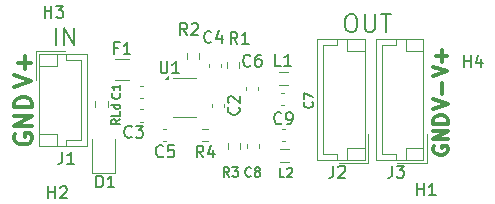
<source format=gbr>
%TF.GenerationSoftware,KiCad,Pcbnew,9.0.0*%
%TF.CreationDate,2025-04-24T23:50:50+03:00*%
%TF.ProjectId,Analog,416e616c-6f67-42e6-9b69-6361645f7063,rev?*%
%TF.SameCoordinates,Original*%
%TF.FileFunction,Legend,Top*%
%TF.FilePolarity,Positive*%
%FSLAX46Y46*%
G04 Gerber Fmt 4.6, Leading zero omitted, Abs format (unit mm)*
G04 Created by KiCad (PCBNEW 9.0.0) date 2025-04-24 23:50:50*
%MOMM*%
%LPD*%
G01*
G04 APERTURE LIST*
%ADD10C,0.300000*%
%ADD11C,0.150000*%
%ADD12C,0.120000*%
G04 APERTURE END LIST*
D10*
X165307023Y-101689984D02*
X166557023Y-101273317D01*
X166557023Y-101273317D02*
X165307023Y-100856651D01*
X166080833Y-100439983D02*
X166080833Y-99487603D01*
X166557023Y-99963793D02*
X165604642Y-99963793D01*
X165417347Y-107613051D02*
X165357823Y-107732098D01*
X165357823Y-107732098D02*
X165357823Y-107910670D01*
X165357823Y-107910670D02*
X165417347Y-108089241D01*
X165417347Y-108089241D02*
X165536395Y-108208289D01*
X165536395Y-108208289D02*
X165655442Y-108267812D01*
X165655442Y-108267812D02*
X165893538Y-108327336D01*
X165893538Y-108327336D02*
X166072109Y-108327336D01*
X166072109Y-108327336D02*
X166310204Y-108267812D01*
X166310204Y-108267812D02*
X166429252Y-108208289D01*
X166429252Y-108208289D02*
X166548300Y-108089241D01*
X166548300Y-108089241D02*
X166607823Y-107910670D01*
X166607823Y-107910670D02*
X166607823Y-107791622D01*
X166607823Y-107791622D02*
X166548300Y-107613051D01*
X166548300Y-107613051D02*
X166488776Y-107553527D01*
X166488776Y-107553527D02*
X166072109Y-107553527D01*
X166072109Y-107553527D02*
X166072109Y-107791622D01*
X166607823Y-107017812D02*
X165357823Y-107017812D01*
X165357823Y-107017812D02*
X166607823Y-106303527D01*
X166607823Y-106303527D02*
X165357823Y-106303527D01*
X166607823Y-105708288D02*
X165357823Y-105708288D01*
X165357823Y-105708288D02*
X165357823Y-105410669D01*
X165357823Y-105410669D02*
X165417347Y-105232098D01*
X165417347Y-105232098D02*
X165536395Y-105113050D01*
X165536395Y-105113050D02*
X165655442Y-105053527D01*
X165655442Y-105053527D02*
X165893538Y-104994003D01*
X165893538Y-104994003D02*
X166072109Y-104994003D01*
X166072109Y-104994003D02*
X166310204Y-105053527D01*
X166310204Y-105053527D02*
X166429252Y-105113050D01*
X166429252Y-105113050D02*
X166548300Y-105232098D01*
X166548300Y-105232098D02*
X166607823Y-105410669D01*
X166607823Y-105410669D02*
X166607823Y-105708288D01*
X129962057Y-106597974D02*
X129890628Y-106740832D01*
X129890628Y-106740832D02*
X129890628Y-106955117D01*
X129890628Y-106955117D02*
X129962057Y-107169403D01*
X129962057Y-107169403D02*
X130104914Y-107312260D01*
X130104914Y-107312260D02*
X130247771Y-107383689D01*
X130247771Y-107383689D02*
X130533485Y-107455117D01*
X130533485Y-107455117D02*
X130747771Y-107455117D01*
X130747771Y-107455117D02*
X131033485Y-107383689D01*
X131033485Y-107383689D02*
X131176342Y-107312260D01*
X131176342Y-107312260D02*
X131319200Y-107169403D01*
X131319200Y-107169403D02*
X131390628Y-106955117D01*
X131390628Y-106955117D02*
X131390628Y-106812260D01*
X131390628Y-106812260D02*
X131319200Y-106597974D01*
X131319200Y-106597974D02*
X131247771Y-106526546D01*
X131247771Y-106526546D02*
X130747771Y-106526546D01*
X130747771Y-106526546D02*
X130747771Y-106812260D01*
X131390628Y-105883689D02*
X129890628Y-105883689D01*
X129890628Y-105883689D02*
X131390628Y-105026546D01*
X131390628Y-105026546D02*
X129890628Y-105026546D01*
X131390628Y-104312260D02*
X129890628Y-104312260D01*
X129890628Y-104312260D02*
X129890628Y-103955117D01*
X129890628Y-103955117D02*
X129962057Y-103740831D01*
X129962057Y-103740831D02*
X130104914Y-103597974D01*
X130104914Y-103597974D02*
X130247771Y-103526545D01*
X130247771Y-103526545D02*
X130533485Y-103455117D01*
X130533485Y-103455117D02*
X130747771Y-103455117D01*
X130747771Y-103455117D02*
X131033485Y-103526545D01*
X131033485Y-103526545D02*
X131176342Y-103597974D01*
X131176342Y-103597974D02*
X131319200Y-103740831D01*
X131319200Y-103740831D02*
X131390628Y-103955117D01*
X131390628Y-103955117D02*
X131390628Y-104312260D01*
D11*
X158272341Y-96440628D02*
X158558055Y-96440628D01*
X158558055Y-96440628D02*
X158700912Y-96512057D01*
X158700912Y-96512057D02*
X158843769Y-96654914D01*
X158843769Y-96654914D02*
X158915198Y-96940628D01*
X158915198Y-96940628D02*
X158915198Y-97440628D01*
X158915198Y-97440628D02*
X158843769Y-97726342D01*
X158843769Y-97726342D02*
X158700912Y-97869200D01*
X158700912Y-97869200D02*
X158558055Y-97940628D01*
X158558055Y-97940628D02*
X158272341Y-97940628D01*
X158272341Y-97940628D02*
X158129484Y-97869200D01*
X158129484Y-97869200D02*
X157986626Y-97726342D01*
X157986626Y-97726342D02*
X157915198Y-97440628D01*
X157915198Y-97440628D02*
X157915198Y-96940628D01*
X157915198Y-96940628D02*
X157986626Y-96654914D01*
X157986626Y-96654914D02*
X158129484Y-96512057D01*
X158129484Y-96512057D02*
X158272341Y-96440628D01*
X159558055Y-96440628D02*
X159558055Y-97654914D01*
X159558055Y-97654914D02*
X159629484Y-97797771D01*
X159629484Y-97797771D02*
X159700913Y-97869200D01*
X159700913Y-97869200D02*
X159843770Y-97940628D01*
X159843770Y-97940628D02*
X160129484Y-97940628D01*
X160129484Y-97940628D02*
X160272341Y-97869200D01*
X160272341Y-97869200D02*
X160343770Y-97797771D01*
X160343770Y-97797771D02*
X160415198Y-97654914D01*
X160415198Y-97654914D02*
X160415198Y-96440628D01*
X160915199Y-96440628D02*
X161772342Y-96440628D01*
X161343770Y-97940628D02*
X161343770Y-96440628D01*
X133374026Y-99071828D02*
X133374026Y-97571828D01*
X134088312Y-99071828D02*
X134088312Y-97571828D01*
X134088312Y-97571828D02*
X134945455Y-99071828D01*
X134945455Y-99071828D02*
X134945455Y-97571828D01*
D10*
X165357823Y-104433184D02*
X166607823Y-104016517D01*
X166607823Y-104016517D02*
X165357823Y-103599851D01*
X166131633Y-103183183D02*
X166131633Y-102230803D01*
X129822028Y-102605974D02*
X131322028Y-102105974D01*
X131322028Y-102105974D02*
X129822028Y-101605974D01*
X130750600Y-101105975D02*
X130750600Y-99963118D01*
X131322028Y-100534546D02*
X130179171Y-100534546D01*
D11*
X152749266Y-110217295D02*
X152368314Y-110217295D01*
X152368314Y-110217295D02*
X152368314Y-109417295D01*
X152977837Y-109493485D02*
X153015933Y-109455390D01*
X153015933Y-109455390D02*
X153092123Y-109417295D01*
X153092123Y-109417295D02*
X153282599Y-109417295D01*
X153282599Y-109417295D02*
X153358790Y-109455390D01*
X153358790Y-109455390D02*
X153396885Y-109493485D01*
X153396885Y-109493485D02*
X153434980Y-109569676D01*
X153434980Y-109569676D02*
X153434980Y-109645866D01*
X153434980Y-109645866D02*
X153396885Y-109760152D01*
X153396885Y-109760152D02*
X152939742Y-110217295D01*
X152939742Y-110217295D02*
X153434980Y-110217295D01*
X156892666Y-109259019D02*
X156892666Y-109973304D01*
X156892666Y-109973304D02*
X156845047Y-110116161D01*
X156845047Y-110116161D02*
X156749809Y-110211400D01*
X156749809Y-110211400D02*
X156606952Y-110259019D01*
X156606952Y-110259019D02*
X156511714Y-110259019D01*
X157321238Y-109354257D02*
X157368857Y-109306638D01*
X157368857Y-109306638D02*
X157464095Y-109259019D01*
X157464095Y-109259019D02*
X157702190Y-109259019D01*
X157702190Y-109259019D02*
X157797428Y-109306638D01*
X157797428Y-109306638D02*
X157845047Y-109354257D01*
X157845047Y-109354257D02*
X157892666Y-109449495D01*
X157892666Y-109449495D02*
X157892666Y-109544733D01*
X157892666Y-109544733D02*
X157845047Y-109687590D01*
X157845047Y-109687590D02*
X157273619Y-110259019D01*
X157273619Y-110259019D02*
X157892666Y-110259019D01*
X132765895Y-112011619D02*
X132765895Y-111011619D01*
X132765895Y-111487809D02*
X133337323Y-111487809D01*
X133337323Y-112011619D02*
X133337323Y-111011619D01*
X133765895Y-111106857D02*
X133813514Y-111059238D01*
X133813514Y-111059238D02*
X133908752Y-111011619D01*
X133908752Y-111011619D02*
X134146847Y-111011619D01*
X134146847Y-111011619D02*
X134242085Y-111059238D01*
X134242085Y-111059238D02*
X134289704Y-111106857D01*
X134289704Y-111106857D02*
X134337323Y-111202095D01*
X134337323Y-111202095D02*
X134337323Y-111297333D01*
X134337323Y-111297333D02*
X134289704Y-111440190D01*
X134289704Y-111440190D02*
X133718276Y-112011619D01*
X133718276Y-112011619D02*
X134337323Y-112011619D01*
X148075667Y-110191895D02*
X147809000Y-109810942D01*
X147618524Y-110191895D02*
X147618524Y-109391895D01*
X147618524Y-109391895D02*
X147923286Y-109391895D01*
X147923286Y-109391895D02*
X147999476Y-109429990D01*
X147999476Y-109429990D02*
X148037571Y-109468085D01*
X148037571Y-109468085D02*
X148075667Y-109544276D01*
X148075667Y-109544276D02*
X148075667Y-109658561D01*
X148075667Y-109658561D02*
X148037571Y-109734752D01*
X148037571Y-109734752D02*
X147999476Y-109772847D01*
X147999476Y-109772847D02*
X147923286Y-109810942D01*
X147923286Y-109810942D02*
X147618524Y-109810942D01*
X148342333Y-109391895D02*
X148837571Y-109391895D01*
X148837571Y-109391895D02*
X148570905Y-109696657D01*
X148570905Y-109696657D02*
X148685190Y-109696657D01*
X148685190Y-109696657D02*
X148761381Y-109734752D01*
X148761381Y-109734752D02*
X148799476Y-109772847D01*
X148799476Y-109772847D02*
X148837571Y-109849038D01*
X148837571Y-109849038D02*
X148837571Y-110039514D01*
X148837571Y-110039514D02*
X148799476Y-110115704D01*
X148799476Y-110115704D02*
X148761381Y-110153800D01*
X148761381Y-110153800D02*
X148685190Y-110191895D01*
X148685190Y-110191895D02*
X148456619Y-110191895D01*
X148456619Y-110191895D02*
X148380428Y-110153800D01*
X148380428Y-110153800D02*
X148342333Y-110115704D01*
X136828305Y-111097219D02*
X136828305Y-110097219D01*
X136828305Y-110097219D02*
X137066400Y-110097219D01*
X137066400Y-110097219D02*
X137209257Y-110144838D01*
X137209257Y-110144838D02*
X137304495Y-110240076D01*
X137304495Y-110240076D02*
X137352114Y-110335314D01*
X137352114Y-110335314D02*
X137399733Y-110525790D01*
X137399733Y-110525790D02*
X137399733Y-110668647D01*
X137399733Y-110668647D02*
X137352114Y-110859123D01*
X137352114Y-110859123D02*
X137304495Y-110954361D01*
X137304495Y-110954361D02*
X137209257Y-111049600D01*
X137209257Y-111049600D02*
X137066400Y-111097219D01*
X137066400Y-111097219D02*
X136828305Y-111097219D01*
X138352114Y-111097219D02*
X137780686Y-111097219D01*
X138066400Y-111097219D02*
X138066400Y-110097219D01*
X138066400Y-110097219D02*
X137971162Y-110240076D01*
X137971162Y-110240076D02*
X137875924Y-110335314D01*
X137875924Y-110335314D02*
X137780686Y-110382933D01*
X148873380Y-104306666D02*
X148921000Y-104354285D01*
X148921000Y-104354285D02*
X148968619Y-104497142D01*
X148968619Y-104497142D02*
X148968619Y-104592380D01*
X148968619Y-104592380D02*
X148921000Y-104735237D01*
X148921000Y-104735237D02*
X148825761Y-104830475D01*
X148825761Y-104830475D02*
X148730523Y-104878094D01*
X148730523Y-104878094D02*
X148540047Y-104925713D01*
X148540047Y-104925713D02*
X148397190Y-104925713D01*
X148397190Y-104925713D02*
X148206714Y-104878094D01*
X148206714Y-104878094D02*
X148111476Y-104830475D01*
X148111476Y-104830475D02*
X148016238Y-104735237D01*
X148016238Y-104735237D02*
X147968619Y-104592380D01*
X147968619Y-104592380D02*
X147968619Y-104497142D01*
X147968619Y-104497142D02*
X148016238Y-104354285D01*
X148016238Y-104354285D02*
X148063857Y-104306666D01*
X148063857Y-103925713D02*
X148016238Y-103878094D01*
X148016238Y-103878094D02*
X147968619Y-103782856D01*
X147968619Y-103782856D02*
X147968619Y-103544761D01*
X147968619Y-103544761D02*
X148016238Y-103449523D01*
X148016238Y-103449523D02*
X148063857Y-103401904D01*
X148063857Y-103401904D02*
X148159095Y-103354285D01*
X148159095Y-103354285D02*
X148254333Y-103354285D01*
X148254333Y-103354285D02*
X148397190Y-103401904D01*
X148397190Y-103401904D02*
X148968619Y-103973332D01*
X148968619Y-103973332D02*
X148968619Y-103354285D01*
X163982495Y-111732219D02*
X163982495Y-110732219D01*
X163982495Y-111208409D02*
X164553923Y-111208409D01*
X164553923Y-111732219D02*
X164553923Y-110732219D01*
X165553923Y-111732219D02*
X164982495Y-111732219D01*
X165268209Y-111732219D02*
X165268209Y-110732219D01*
X165268209Y-110732219D02*
X165172971Y-110875076D01*
X165172971Y-110875076D02*
X165077733Y-110970314D01*
X165077733Y-110970314D02*
X164982495Y-111017933D01*
X167944895Y-100911819D02*
X167944895Y-99911819D01*
X167944895Y-100388009D02*
X168516323Y-100388009D01*
X168516323Y-100911819D02*
X168516323Y-99911819D01*
X169421085Y-100245152D02*
X169421085Y-100911819D01*
X169182990Y-99864200D02*
X168944895Y-100578485D01*
X168944895Y-100578485D02*
X169563942Y-100578485D01*
X148778933Y-98930619D02*
X148445600Y-98454428D01*
X148207505Y-98930619D02*
X148207505Y-97930619D01*
X148207505Y-97930619D02*
X148588457Y-97930619D01*
X148588457Y-97930619D02*
X148683695Y-97978238D01*
X148683695Y-97978238D02*
X148731314Y-98025857D01*
X148731314Y-98025857D02*
X148778933Y-98121095D01*
X148778933Y-98121095D02*
X148778933Y-98263952D01*
X148778933Y-98263952D02*
X148731314Y-98359190D01*
X148731314Y-98359190D02*
X148683695Y-98406809D01*
X148683695Y-98406809D02*
X148588457Y-98454428D01*
X148588457Y-98454428D02*
X148207505Y-98454428D01*
X149731314Y-98930619D02*
X149159886Y-98930619D01*
X149445600Y-98930619D02*
X149445600Y-97930619D01*
X149445600Y-97930619D02*
X149350362Y-98073476D01*
X149350362Y-98073476D02*
X149255124Y-98168714D01*
X149255124Y-98168714D02*
X149159886Y-98216333D01*
X155124504Y-103866932D02*
X155162600Y-103905028D01*
X155162600Y-103905028D02*
X155200695Y-104019313D01*
X155200695Y-104019313D02*
X155200695Y-104095504D01*
X155200695Y-104095504D02*
X155162600Y-104209790D01*
X155162600Y-104209790D02*
X155086409Y-104285980D01*
X155086409Y-104285980D02*
X155010219Y-104324075D01*
X155010219Y-104324075D02*
X154857838Y-104362171D01*
X154857838Y-104362171D02*
X154743552Y-104362171D01*
X154743552Y-104362171D02*
X154591171Y-104324075D01*
X154591171Y-104324075D02*
X154514980Y-104285980D01*
X154514980Y-104285980D02*
X154438790Y-104209790D01*
X154438790Y-104209790D02*
X154400695Y-104095504D01*
X154400695Y-104095504D02*
X154400695Y-104019313D01*
X154400695Y-104019313D02*
X154438790Y-103905028D01*
X154438790Y-103905028D02*
X154476885Y-103866932D01*
X154400695Y-103600266D02*
X154400695Y-103066932D01*
X154400695Y-103066932D02*
X155200695Y-103409790D01*
X132461095Y-96720819D02*
X132461095Y-95720819D01*
X132461095Y-96197009D02*
X133032523Y-96197009D01*
X133032523Y-96720819D02*
X133032523Y-95720819D01*
X133413476Y-95720819D02*
X134032523Y-95720819D01*
X134032523Y-95720819D02*
X133699190Y-96101771D01*
X133699190Y-96101771D02*
X133842047Y-96101771D01*
X133842047Y-96101771D02*
X133937285Y-96149390D01*
X133937285Y-96149390D02*
X133984904Y-96197009D01*
X133984904Y-96197009D02*
X134032523Y-96292247D01*
X134032523Y-96292247D02*
X134032523Y-96530342D01*
X134032523Y-96530342D02*
X133984904Y-96625580D01*
X133984904Y-96625580D02*
X133937285Y-96673200D01*
X133937285Y-96673200D02*
X133842047Y-96720819D01*
X133842047Y-96720819D02*
X133556333Y-96720819D01*
X133556333Y-96720819D02*
X133461095Y-96673200D01*
X133461095Y-96673200D02*
X133413476Y-96625580D01*
X161871066Y-109259019D02*
X161871066Y-109973304D01*
X161871066Y-109973304D02*
X161823447Y-110116161D01*
X161823447Y-110116161D02*
X161728209Y-110211400D01*
X161728209Y-110211400D02*
X161585352Y-110259019D01*
X161585352Y-110259019D02*
X161490114Y-110259019D01*
X162252019Y-109259019D02*
X162871066Y-109259019D01*
X162871066Y-109259019D02*
X162537733Y-109639971D01*
X162537733Y-109639971D02*
X162680590Y-109639971D01*
X162680590Y-109639971D02*
X162775828Y-109687590D01*
X162775828Y-109687590D02*
X162823447Y-109735209D01*
X162823447Y-109735209D02*
X162871066Y-109830447D01*
X162871066Y-109830447D02*
X162871066Y-110068542D01*
X162871066Y-110068542D02*
X162823447Y-110163780D01*
X162823447Y-110163780D02*
X162775828Y-110211400D01*
X162775828Y-110211400D02*
X162680590Y-110259019D01*
X162680590Y-110259019D02*
X162394876Y-110259019D01*
X162394876Y-110259019D02*
X162299638Y-110211400D01*
X162299638Y-110211400D02*
X162252019Y-110163780D01*
X133956466Y-108090619D02*
X133956466Y-108804904D01*
X133956466Y-108804904D02*
X133908847Y-108947761D01*
X133908847Y-108947761D02*
X133813609Y-109043000D01*
X133813609Y-109043000D02*
X133670752Y-109090619D01*
X133670752Y-109090619D02*
X133575514Y-109090619D01*
X134956466Y-109090619D02*
X134385038Y-109090619D01*
X134670752Y-109090619D02*
X134670752Y-108090619D01*
X134670752Y-108090619D02*
X134575514Y-108233476D01*
X134575514Y-108233476D02*
X134480276Y-108328714D01*
X134480276Y-108328714D02*
X134385038Y-108376333D01*
X138845364Y-105338114D02*
X138488221Y-105588114D01*
X138845364Y-105766685D02*
X138095364Y-105766685D01*
X138095364Y-105766685D02*
X138095364Y-105480971D01*
X138095364Y-105480971D02*
X138131078Y-105409542D01*
X138131078Y-105409542D02*
X138166792Y-105373828D01*
X138166792Y-105373828D02*
X138238221Y-105338114D01*
X138238221Y-105338114D02*
X138345364Y-105338114D01*
X138345364Y-105338114D02*
X138416792Y-105373828D01*
X138416792Y-105373828D02*
X138452507Y-105409542D01*
X138452507Y-105409542D02*
X138488221Y-105480971D01*
X138488221Y-105480971D02*
X138488221Y-105766685D01*
X138845364Y-104659542D02*
X138845364Y-105016685D01*
X138845364Y-105016685D02*
X138095364Y-105016685D01*
X138845364Y-104088114D02*
X138095364Y-104088114D01*
X138809650Y-104088114D02*
X138845364Y-104159542D01*
X138845364Y-104159542D02*
X138845364Y-104302399D01*
X138845364Y-104302399D02*
X138809650Y-104373828D01*
X138809650Y-104373828D02*
X138773935Y-104409542D01*
X138773935Y-104409542D02*
X138702507Y-104445256D01*
X138702507Y-104445256D02*
X138488221Y-104445256D01*
X138488221Y-104445256D02*
X138416792Y-104409542D01*
X138416792Y-104409542D02*
X138381078Y-104373828D01*
X138381078Y-104373828D02*
X138345364Y-104302399D01*
X138345364Y-104302399D02*
X138345364Y-104159542D01*
X138345364Y-104159542D02*
X138381078Y-104088114D01*
X142479733Y-108436580D02*
X142432114Y-108484200D01*
X142432114Y-108484200D02*
X142289257Y-108531819D01*
X142289257Y-108531819D02*
X142194019Y-108531819D01*
X142194019Y-108531819D02*
X142051162Y-108484200D01*
X142051162Y-108484200D02*
X141955924Y-108388961D01*
X141955924Y-108388961D02*
X141908305Y-108293723D01*
X141908305Y-108293723D02*
X141860686Y-108103247D01*
X141860686Y-108103247D02*
X141860686Y-107960390D01*
X141860686Y-107960390D02*
X141908305Y-107769914D01*
X141908305Y-107769914D02*
X141955924Y-107674676D01*
X141955924Y-107674676D02*
X142051162Y-107579438D01*
X142051162Y-107579438D02*
X142194019Y-107531819D01*
X142194019Y-107531819D02*
X142289257Y-107531819D01*
X142289257Y-107531819D02*
X142432114Y-107579438D01*
X142432114Y-107579438D02*
X142479733Y-107627057D01*
X143384495Y-107531819D02*
X142908305Y-107531819D01*
X142908305Y-107531819D02*
X142860686Y-108008009D01*
X142860686Y-108008009D02*
X142908305Y-107960390D01*
X142908305Y-107960390D02*
X143003543Y-107912771D01*
X143003543Y-107912771D02*
X143241638Y-107912771D01*
X143241638Y-107912771D02*
X143336876Y-107960390D01*
X143336876Y-107960390D02*
X143384495Y-108008009D01*
X143384495Y-108008009D02*
X143432114Y-108103247D01*
X143432114Y-108103247D02*
X143432114Y-108341342D01*
X143432114Y-108341342D02*
X143384495Y-108436580D01*
X143384495Y-108436580D02*
X143336876Y-108484200D01*
X143336876Y-108484200D02*
X143241638Y-108531819D01*
X143241638Y-108531819D02*
X143003543Y-108531819D01*
X143003543Y-108531819D02*
X142908305Y-108484200D01*
X142908305Y-108484200D02*
X142860686Y-108436580D01*
X139812733Y-106785580D02*
X139765114Y-106833200D01*
X139765114Y-106833200D02*
X139622257Y-106880819D01*
X139622257Y-106880819D02*
X139527019Y-106880819D01*
X139527019Y-106880819D02*
X139384162Y-106833200D01*
X139384162Y-106833200D02*
X139288924Y-106737961D01*
X139288924Y-106737961D02*
X139241305Y-106642723D01*
X139241305Y-106642723D02*
X139193686Y-106452247D01*
X139193686Y-106452247D02*
X139193686Y-106309390D01*
X139193686Y-106309390D02*
X139241305Y-106118914D01*
X139241305Y-106118914D02*
X139288924Y-106023676D01*
X139288924Y-106023676D02*
X139384162Y-105928438D01*
X139384162Y-105928438D02*
X139527019Y-105880819D01*
X139527019Y-105880819D02*
X139622257Y-105880819D01*
X139622257Y-105880819D02*
X139765114Y-105928438D01*
X139765114Y-105928438D02*
X139812733Y-105976057D01*
X140146067Y-105880819D02*
X140765114Y-105880819D01*
X140765114Y-105880819D02*
X140431781Y-106261771D01*
X140431781Y-106261771D02*
X140574638Y-106261771D01*
X140574638Y-106261771D02*
X140669876Y-106309390D01*
X140669876Y-106309390D02*
X140717495Y-106357009D01*
X140717495Y-106357009D02*
X140765114Y-106452247D01*
X140765114Y-106452247D02*
X140765114Y-106690342D01*
X140765114Y-106690342D02*
X140717495Y-106785580D01*
X140717495Y-106785580D02*
X140669876Y-106833200D01*
X140669876Y-106833200D02*
X140574638Y-106880819D01*
X140574638Y-106880819D02*
X140288924Y-106880819D01*
X140288924Y-106880819D02*
X140193686Y-106833200D01*
X140193686Y-106833200D02*
X140146067Y-106785580D01*
X152487333Y-105642580D02*
X152439714Y-105690200D01*
X152439714Y-105690200D02*
X152296857Y-105737819D01*
X152296857Y-105737819D02*
X152201619Y-105737819D01*
X152201619Y-105737819D02*
X152058762Y-105690200D01*
X152058762Y-105690200D02*
X151963524Y-105594961D01*
X151963524Y-105594961D02*
X151915905Y-105499723D01*
X151915905Y-105499723D02*
X151868286Y-105309247D01*
X151868286Y-105309247D02*
X151868286Y-105166390D01*
X151868286Y-105166390D02*
X151915905Y-104975914D01*
X151915905Y-104975914D02*
X151963524Y-104880676D01*
X151963524Y-104880676D02*
X152058762Y-104785438D01*
X152058762Y-104785438D02*
X152201619Y-104737819D01*
X152201619Y-104737819D02*
X152296857Y-104737819D01*
X152296857Y-104737819D02*
X152439714Y-104785438D01*
X152439714Y-104785438D02*
X152487333Y-104833057D01*
X152963524Y-105737819D02*
X153154000Y-105737819D01*
X153154000Y-105737819D02*
X153249238Y-105690200D01*
X153249238Y-105690200D02*
X153296857Y-105642580D01*
X153296857Y-105642580D02*
X153392095Y-105499723D01*
X153392095Y-105499723D02*
X153439714Y-105309247D01*
X153439714Y-105309247D02*
X153439714Y-104928295D01*
X153439714Y-104928295D02*
X153392095Y-104833057D01*
X153392095Y-104833057D02*
X153344476Y-104785438D01*
X153344476Y-104785438D02*
X153249238Y-104737819D01*
X153249238Y-104737819D02*
X153058762Y-104737819D01*
X153058762Y-104737819D02*
X152963524Y-104785438D01*
X152963524Y-104785438D02*
X152915905Y-104833057D01*
X152915905Y-104833057D02*
X152868286Y-104928295D01*
X152868286Y-104928295D02*
X152868286Y-105166390D01*
X152868286Y-105166390D02*
X152915905Y-105261628D01*
X152915905Y-105261628D02*
X152963524Y-105309247D01*
X152963524Y-105309247D02*
X153058762Y-105356866D01*
X153058762Y-105356866D02*
X153249238Y-105356866D01*
X153249238Y-105356866D02*
X153344476Y-105309247D01*
X153344476Y-105309247D02*
X153392095Y-105261628D01*
X153392095Y-105261628D02*
X153439714Y-105166390D01*
X144511733Y-98194019D02*
X144178400Y-97717828D01*
X143940305Y-98194019D02*
X143940305Y-97194019D01*
X143940305Y-97194019D02*
X144321257Y-97194019D01*
X144321257Y-97194019D02*
X144416495Y-97241638D01*
X144416495Y-97241638D02*
X144464114Y-97289257D01*
X144464114Y-97289257D02*
X144511733Y-97384495D01*
X144511733Y-97384495D02*
X144511733Y-97527352D01*
X144511733Y-97527352D02*
X144464114Y-97622590D01*
X144464114Y-97622590D02*
X144416495Y-97670209D01*
X144416495Y-97670209D02*
X144321257Y-97717828D01*
X144321257Y-97717828D02*
X143940305Y-97717828D01*
X144892686Y-97289257D02*
X144940305Y-97241638D01*
X144940305Y-97241638D02*
X145035543Y-97194019D01*
X145035543Y-97194019D02*
X145273638Y-97194019D01*
X145273638Y-97194019D02*
X145368876Y-97241638D01*
X145368876Y-97241638D02*
X145416495Y-97289257D01*
X145416495Y-97289257D02*
X145464114Y-97384495D01*
X145464114Y-97384495D02*
X145464114Y-97479733D01*
X145464114Y-97479733D02*
X145416495Y-97622590D01*
X145416495Y-97622590D02*
X144845067Y-98194019D01*
X144845067Y-98194019D02*
X145464114Y-98194019D01*
X138799335Y-103122000D02*
X138835050Y-103157714D01*
X138835050Y-103157714D02*
X138870764Y-103264857D01*
X138870764Y-103264857D02*
X138870764Y-103336285D01*
X138870764Y-103336285D02*
X138835050Y-103443428D01*
X138835050Y-103443428D02*
X138763621Y-103514857D01*
X138763621Y-103514857D02*
X138692192Y-103550571D01*
X138692192Y-103550571D02*
X138549335Y-103586285D01*
X138549335Y-103586285D02*
X138442192Y-103586285D01*
X138442192Y-103586285D02*
X138299335Y-103550571D01*
X138299335Y-103550571D02*
X138227907Y-103514857D01*
X138227907Y-103514857D02*
X138156478Y-103443428D01*
X138156478Y-103443428D02*
X138120764Y-103336285D01*
X138120764Y-103336285D02*
X138120764Y-103264857D01*
X138120764Y-103264857D02*
X138156478Y-103157714D01*
X138156478Y-103157714D02*
X138192192Y-103122000D01*
X138870764Y-102407714D02*
X138870764Y-102836285D01*
X138870764Y-102622000D02*
X138120764Y-102622000D01*
X138120764Y-102622000D02*
X138227907Y-102693428D01*
X138227907Y-102693428D02*
X138299335Y-102764857D01*
X138299335Y-102764857D02*
X138335050Y-102836285D01*
X145883333Y-108557219D02*
X145550000Y-108081028D01*
X145311905Y-108557219D02*
X145311905Y-107557219D01*
X145311905Y-107557219D02*
X145692857Y-107557219D01*
X145692857Y-107557219D02*
X145788095Y-107604838D01*
X145788095Y-107604838D02*
X145835714Y-107652457D01*
X145835714Y-107652457D02*
X145883333Y-107747695D01*
X145883333Y-107747695D02*
X145883333Y-107890552D01*
X145883333Y-107890552D02*
X145835714Y-107985790D01*
X145835714Y-107985790D02*
X145788095Y-108033409D01*
X145788095Y-108033409D02*
X145692857Y-108081028D01*
X145692857Y-108081028D02*
X145311905Y-108081028D01*
X146740476Y-107890552D02*
X146740476Y-108557219D01*
X146502381Y-107509600D02*
X146264286Y-108223885D01*
X146264286Y-108223885D02*
X146883333Y-108223885D01*
X138655466Y-99295809D02*
X138322133Y-99295809D01*
X138322133Y-99819619D02*
X138322133Y-98819619D01*
X138322133Y-98819619D02*
X138798323Y-98819619D01*
X139703085Y-99819619D02*
X139131657Y-99819619D01*
X139417371Y-99819619D02*
X139417371Y-98819619D01*
X139417371Y-98819619D02*
X139322133Y-98962476D01*
X139322133Y-98962476D02*
X139226895Y-99057714D01*
X139226895Y-99057714D02*
X139131657Y-99105333D01*
X152461933Y-100784819D02*
X151985743Y-100784819D01*
X151985743Y-100784819D02*
X151985743Y-99784819D01*
X153319076Y-100784819D02*
X152747648Y-100784819D01*
X153033362Y-100784819D02*
X153033362Y-99784819D01*
X153033362Y-99784819D02*
X152938124Y-99927676D01*
X152938124Y-99927676D02*
X152842886Y-100022914D01*
X152842886Y-100022914D02*
X152747648Y-100070533D01*
X149929867Y-110115704D02*
X149891771Y-110153800D01*
X149891771Y-110153800D02*
X149777486Y-110191895D01*
X149777486Y-110191895D02*
X149701295Y-110191895D01*
X149701295Y-110191895D02*
X149587009Y-110153800D01*
X149587009Y-110153800D02*
X149510819Y-110077609D01*
X149510819Y-110077609D02*
X149472724Y-110001419D01*
X149472724Y-110001419D02*
X149434628Y-109849038D01*
X149434628Y-109849038D02*
X149434628Y-109734752D01*
X149434628Y-109734752D02*
X149472724Y-109582371D01*
X149472724Y-109582371D02*
X149510819Y-109506180D01*
X149510819Y-109506180D02*
X149587009Y-109429990D01*
X149587009Y-109429990D02*
X149701295Y-109391895D01*
X149701295Y-109391895D02*
X149777486Y-109391895D01*
X149777486Y-109391895D02*
X149891771Y-109429990D01*
X149891771Y-109429990D02*
X149929867Y-109468085D01*
X150387009Y-109734752D02*
X150310819Y-109696657D01*
X150310819Y-109696657D02*
X150272724Y-109658561D01*
X150272724Y-109658561D02*
X150234628Y-109582371D01*
X150234628Y-109582371D02*
X150234628Y-109544276D01*
X150234628Y-109544276D02*
X150272724Y-109468085D01*
X150272724Y-109468085D02*
X150310819Y-109429990D01*
X150310819Y-109429990D02*
X150387009Y-109391895D01*
X150387009Y-109391895D02*
X150539390Y-109391895D01*
X150539390Y-109391895D02*
X150615581Y-109429990D01*
X150615581Y-109429990D02*
X150653676Y-109468085D01*
X150653676Y-109468085D02*
X150691771Y-109544276D01*
X150691771Y-109544276D02*
X150691771Y-109582371D01*
X150691771Y-109582371D02*
X150653676Y-109658561D01*
X150653676Y-109658561D02*
X150615581Y-109696657D01*
X150615581Y-109696657D02*
X150539390Y-109734752D01*
X150539390Y-109734752D02*
X150387009Y-109734752D01*
X150387009Y-109734752D02*
X150310819Y-109772847D01*
X150310819Y-109772847D02*
X150272724Y-109810942D01*
X150272724Y-109810942D02*
X150234628Y-109887133D01*
X150234628Y-109887133D02*
X150234628Y-110039514D01*
X150234628Y-110039514D02*
X150272724Y-110115704D01*
X150272724Y-110115704D02*
X150310819Y-110153800D01*
X150310819Y-110153800D02*
X150387009Y-110191895D01*
X150387009Y-110191895D02*
X150539390Y-110191895D01*
X150539390Y-110191895D02*
X150615581Y-110153800D01*
X150615581Y-110153800D02*
X150653676Y-110115704D01*
X150653676Y-110115704D02*
X150691771Y-110039514D01*
X150691771Y-110039514D02*
X150691771Y-109887133D01*
X150691771Y-109887133D02*
X150653676Y-109810942D01*
X150653676Y-109810942D02*
X150615581Y-109772847D01*
X150615581Y-109772847D02*
X150539390Y-109734752D01*
X142265495Y-100419819D02*
X142265495Y-101229342D01*
X142265495Y-101229342D02*
X142313114Y-101324580D01*
X142313114Y-101324580D02*
X142360733Y-101372200D01*
X142360733Y-101372200D02*
X142455971Y-101419819D01*
X142455971Y-101419819D02*
X142646447Y-101419819D01*
X142646447Y-101419819D02*
X142741685Y-101372200D01*
X142741685Y-101372200D02*
X142789304Y-101324580D01*
X142789304Y-101324580D02*
X142836923Y-101229342D01*
X142836923Y-101229342D02*
X142836923Y-100419819D01*
X143836923Y-101419819D02*
X143265495Y-101419819D01*
X143551209Y-101419819D02*
X143551209Y-100419819D01*
X143551209Y-100419819D02*
X143455971Y-100562676D01*
X143455971Y-100562676D02*
X143360733Y-100657914D01*
X143360733Y-100657914D02*
X143265495Y-100705533D01*
X149871133Y-100765780D02*
X149823514Y-100813400D01*
X149823514Y-100813400D02*
X149680657Y-100861019D01*
X149680657Y-100861019D02*
X149585419Y-100861019D01*
X149585419Y-100861019D02*
X149442562Y-100813400D01*
X149442562Y-100813400D02*
X149347324Y-100718161D01*
X149347324Y-100718161D02*
X149299705Y-100622923D01*
X149299705Y-100622923D02*
X149252086Y-100432447D01*
X149252086Y-100432447D02*
X149252086Y-100289590D01*
X149252086Y-100289590D02*
X149299705Y-100099114D01*
X149299705Y-100099114D02*
X149347324Y-100003876D01*
X149347324Y-100003876D02*
X149442562Y-99908638D01*
X149442562Y-99908638D02*
X149585419Y-99861019D01*
X149585419Y-99861019D02*
X149680657Y-99861019D01*
X149680657Y-99861019D02*
X149823514Y-99908638D01*
X149823514Y-99908638D02*
X149871133Y-99956257D01*
X150728276Y-99861019D02*
X150537800Y-99861019D01*
X150537800Y-99861019D02*
X150442562Y-99908638D01*
X150442562Y-99908638D02*
X150394943Y-99956257D01*
X150394943Y-99956257D02*
X150299705Y-100099114D01*
X150299705Y-100099114D02*
X150252086Y-100289590D01*
X150252086Y-100289590D02*
X150252086Y-100670542D01*
X150252086Y-100670542D02*
X150299705Y-100765780D01*
X150299705Y-100765780D02*
X150347324Y-100813400D01*
X150347324Y-100813400D02*
X150442562Y-100861019D01*
X150442562Y-100861019D02*
X150633038Y-100861019D01*
X150633038Y-100861019D02*
X150728276Y-100813400D01*
X150728276Y-100813400D02*
X150775895Y-100765780D01*
X150775895Y-100765780D02*
X150823514Y-100670542D01*
X150823514Y-100670542D02*
X150823514Y-100432447D01*
X150823514Y-100432447D02*
X150775895Y-100337209D01*
X150775895Y-100337209D02*
X150728276Y-100289590D01*
X150728276Y-100289590D02*
X150633038Y-100241971D01*
X150633038Y-100241971D02*
X150442562Y-100241971D01*
X150442562Y-100241971D02*
X150347324Y-100289590D01*
X150347324Y-100289590D02*
X150299705Y-100337209D01*
X150299705Y-100337209D02*
X150252086Y-100432447D01*
X146569133Y-98759180D02*
X146521514Y-98806800D01*
X146521514Y-98806800D02*
X146378657Y-98854419D01*
X146378657Y-98854419D02*
X146283419Y-98854419D01*
X146283419Y-98854419D02*
X146140562Y-98806800D01*
X146140562Y-98806800D02*
X146045324Y-98711561D01*
X146045324Y-98711561D02*
X145997705Y-98616323D01*
X145997705Y-98616323D02*
X145950086Y-98425847D01*
X145950086Y-98425847D02*
X145950086Y-98282990D01*
X145950086Y-98282990D02*
X145997705Y-98092514D01*
X145997705Y-98092514D02*
X146045324Y-97997276D01*
X146045324Y-97997276D02*
X146140562Y-97902038D01*
X146140562Y-97902038D02*
X146283419Y-97854419D01*
X146283419Y-97854419D02*
X146378657Y-97854419D01*
X146378657Y-97854419D02*
X146521514Y-97902038D01*
X146521514Y-97902038D02*
X146569133Y-97949657D01*
X147426276Y-98187752D02*
X147426276Y-98854419D01*
X147188181Y-97806800D02*
X146950086Y-98521085D01*
X146950086Y-98521085D02*
X147569133Y-98521085D01*
D12*
%TO.C,L2*%
X152355978Y-107847200D02*
X153155222Y-107847200D01*
X152355978Y-108967200D02*
X153155222Y-108967200D01*
%TO.C,J2*%
X155520800Y-98522000D02*
X155520800Y-108742000D01*
X155520800Y-108742000D02*
X159540800Y-108742000D01*
X156020800Y-99022000D02*
X157230800Y-99022000D01*
X156020800Y-108242000D02*
X156020800Y-99022000D01*
X157230800Y-99022000D02*
X157230800Y-98522000D01*
X157230800Y-108242000D02*
X156020800Y-108242000D01*
X157230800Y-108742000D02*
X157230800Y-108242000D01*
X157340800Y-109042000D02*
X159840800Y-109042000D01*
X158040800Y-98522000D02*
X158040800Y-99522000D01*
X158040800Y-99522000D02*
X159540800Y-99522000D01*
X158040800Y-107742000D02*
X159540800Y-107742000D01*
X158040800Y-108742000D02*
X158040800Y-107742000D01*
X159540800Y-98522000D02*
X155520800Y-98522000D01*
X159540800Y-108742000D02*
X159540800Y-98522000D01*
X159840800Y-109042000D02*
X159840800Y-106542000D01*
%TO.C,R3*%
X147965900Y-107314276D02*
X147965900Y-107823724D01*
X149010900Y-107314276D02*
X149010900Y-107823724D01*
%TO.C,D1*%
X136479400Y-107026200D02*
X136479400Y-109886200D01*
X136479400Y-109886200D02*
X138399400Y-109886200D01*
X138399400Y-109886200D02*
X138399400Y-107026200D01*
%TO.C,C2*%
X146606800Y-103993733D02*
X146606800Y-104286267D01*
X147626800Y-103993733D02*
X147626800Y-104286267D01*
%TO.C,R1*%
X147889700Y-101016524D02*
X147889700Y-100507076D01*
X148934700Y-101016524D02*
X148934700Y-100507076D01*
%TO.C,C7*%
X152724067Y-103122000D02*
X152431533Y-103122000D01*
X152724067Y-104142000D02*
X152431533Y-104142000D01*
%TO.C,J3*%
X160499200Y-98522000D02*
X160499200Y-108742000D01*
X160499200Y-108742000D02*
X164519200Y-108742000D01*
X160999200Y-99022000D02*
X162209200Y-99022000D01*
X160999200Y-108242000D02*
X160999200Y-99022000D01*
X162209200Y-99022000D02*
X162209200Y-98522000D01*
X162209200Y-108242000D02*
X160999200Y-108242000D01*
X162209200Y-108742000D02*
X162209200Y-108242000D01*
X162319200Y-109042000D02*
X164819200Y-109042000D01*
X163019200Y-98522000D02*
X163019200Y-99522000D01*
X163019200Y-99522000D02*
X164519200Y-99522000D01*
X163019200Y-107742000D02*
X164519200Y-107742000D01*
X163019200Y-108742000D02*
X163019200Y-107742000D01*
X164519200Y-98522000D02*
X160499200Y-98522000D01*
X164519200Y-108742000D02*
X164519200Y-98522000D01*
X164819200Y-109042000D02*
X164819200Y-106542000D01*
%TO.C,J1*%
X131679800Y-99528200D02*
X131679800Y-102028200D01*
X131979800Y-99828200D02*
X131979800Y-107548200D01*
X131979800Y-107548200D02*
X135999800Y-107548200D01*
X133479800Y-99828200D02*
X133479800Y-100828200D01*
X133479800Y-100828200D02*
X131979800Y-100828200D01*
X133479800Y-106548200D02*
X131979800Y-106548200D01*
X133479800Y-107548200D02*
X133479800Y-106548200D01*
X134179800Y-99528200D02*
X131679800Y-99528200D01*
X134289800Y-99828200D02*
X134289800Y-100328200D01*
X134289800Y-100328200D02*
X135499800Y-100328200D01*
X134289800Y-107048200D02*
X134289800Y-107548200D01*
X135499800Y-100328200D02*
X135499800Y-107048200D01*
X135499800Y-107048200D02*
X134289800Y-107048200D01*
X135999800Y-99828200D02*
X131979800Y-99828200D01*
X135999800Y-107548200D02*
X135999800Y-99828200D01*
%TO.C,RLd*%
X136739100Y-103809076D02*
X136739100Y-104318524D01*
X137784100Y-103809076D02*
X137784100Y-104318524D01*
%TO.C,C5*%
X142474733Y-106144600D02*
X142767267Y-106144600D01*
X142474733Y-107164600D02*
X142767267Y-107164600D01*
%TO.C,C3*%
X140810367Y-104493600D02*
X140517833Y-104493600D01*
X140810367Y-105513600D02*
X140517833Y-105513600D01*
%TO.C,C9*%
X152800267Y-106144600D02*
X152507733Y-106144600D01*
X152800267Y-107164600D02*
X152507733Y-107164600D01*
%TO.C,R2*%
X144511500Y-99719676D02*
X144511500Y-100229124D01*
X145556500Y-99719676D02*
X145556500Y-100229124D01*
%TO.C,C1*%
X140786067Y-102512400D02*
X140493533Y-102512400D01*
X140786067Y-103532400D02*
X140493533Y-103532400D01*
%TO.C,R4*%
X146304724Y-106132100D02*
X145795276Y-106132100D01*
X146304724Y-107177100D02*
X145795276Y-107177100D01*
%TO.C,F1*%
X139590864Y-100207400D02*
X138386736Y-100207400D01*
X139590864Y-102027400D02*
X138386736Y-102027400D01*
%TO.C,L1*%
X152254378Y-101294000D02*
X153053622Y-101294000D01*
X152254378Y-102414000D02*
X153053622Y-102414000D01*
%TO.C,C8*%
X149553200Y-107715267D02*
X149553200Y-107422733D01*
X150573200Y-107715267D02*
X150573200Y-107422733D01*
%TO.C,U1*%
X143284350Y-101861000D02*
X145284350Y-101861000D01*
X143284350Y-105141000D02*
X145284350Y-105141000D01*
X142914350Y-101931000D02*
X142634350Y-101931000D01*
X142914350Y-101651000D01*
X142914350Y-101931000D01*
G36*
X142914350Y-101931000D02*
G01*
X142634350Y-101931000D01*
X142914350Y-101651000D01*
X142914350Y-101931000D01*
G37*
%TO.C,C6*%
X149502400Y-102571333D02*
X149502400Y-102863867D01*
X150522400Y-102571333D02*
X150522400Y-102863867D01*
%TO.C,C4*%
X146327400Y-100615533D02*
X146327400Y-100908067D01*
X147347400Y-100615533D02*
X147347400Y-100908067D01*
%TD*%
M02*

</source>
